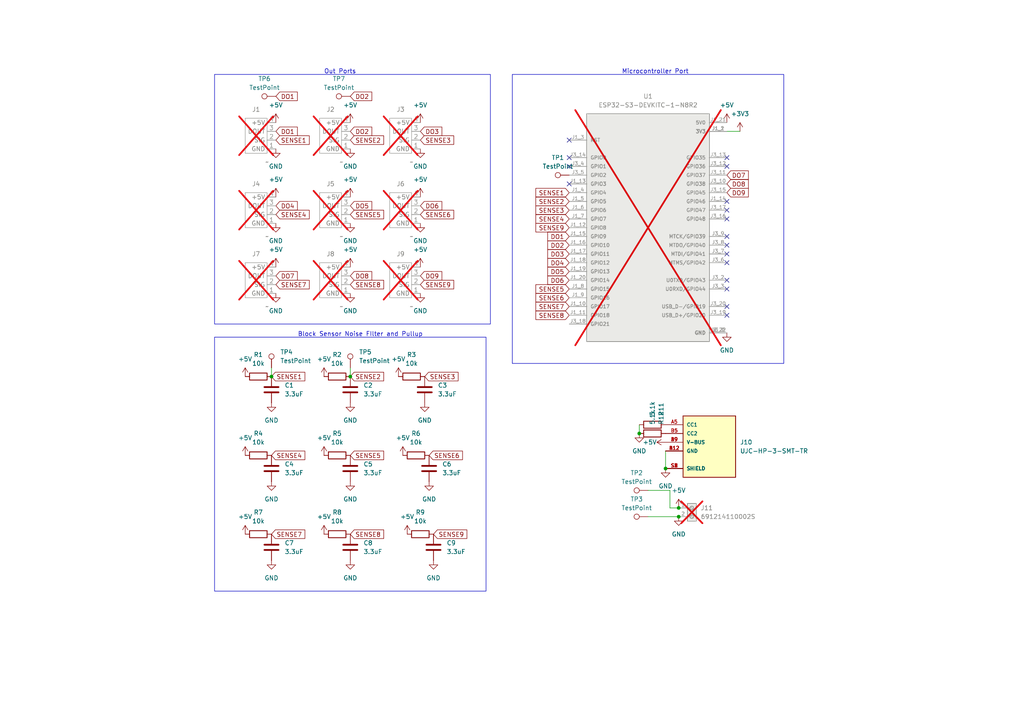
<source format=kicad_sch>
(kicad_sch (version 20231120) (generator "eeschema") (generator_version "8.0")
  (paper "A4")
  (title_block (title "Block Party Main Board") (date "2024-02-10") (rev "1.0") (company "Block Party"))
  (lib_symbols
    (symbol "691214110002S:691214110002S" (pin_names (offset 1.016))
      (property "Reference" "J" (at -4.88 -0.922 0))
      (property "Value" "691214110002S" (at -4.83 -2.58 0))
      (symbol "691214110002S_0_0"
        (rectangle (start -3.81 -2.54) (end 1.27 0) (stroke (width 0.254)) (fill (type background)))
        (circle (center -2.54 -1.27) (radius 0.508) (stroke (width 0.254)))
        (circle (center 0 -1.27) (radius 0.508) (stroke (width 0.254)))
        (polyline (pts (xy -2.54 -1.778) (xy -2.54 -2.54)) (stroke (width 0.254)))
        (polyline (pts (xy -2.286 -1.016) (xy -2.794 -1.524)) (stroke (width 0.1524)))
        (polyline (pts (xy 0 -1.778) (xy 0 -2.54)) (stroke (width 0.254)))
        (polyline (pts (xy 0.254 -1.016) (xy -0.254 -1.524)) (stroke (width 0.1524)))
        (pin passive line (at -2.54 -5.08 90) (length 2.54) (name "~") (number "1"))
        (pin passive line (at 0 -5.08 90) (length 2.54) (name "~") (number "2"))
      )
    )
    (symbol "Connector:TestPoint" (pin_numbers hide) (pin_names (offset 0.762) hide)
      (property "Reference" "TP" (at 0 6.858 0))
      (property "Value" "TestPoint" (at 0 5.08 0))
      (symbol "TestPoint_0_1"
        (circle (center 0 3.302) (radius 0.762))
      )
      (symbol "TestPoint_1_1"
        (pin passive line (at 0 0 90) (length 2.54) (name "1") (number "1"))
      )
    )
    (symbol "Device:C" (pin_numbers hide) (pin_names (offset 0.254))
      (property "Reference" "C" (at 0.635 2.54 0))
      (property "Value" "C" (at 0.635 -2.54 0))
      (symbol "C_0_1"
        (polyline (pts (xy -2.032 -0.762) (xy 2.032 -0.762)) (stroke (width 0.508)))
        (polyline (pts (xy -2.032 0.762) (xy 2.032 0.762)) (stroke (width 0.508)))
      )
      (symbol "C_1_1"
        (pin passive line (at 0 3.81 270) (length 2.794) (name "~") (number "1"))
        (pin passive line (at 0 -3.81 90) (length 2.794) (name "~") (number "2"))
      )
    )
    (symbol "Device:R" (pin_numbers hide) (pin_names (offset 0))
      (property "Reference" "R" (at 2.032 0 90))
      (property "Value" "R" (at 0 0 90))
      (symbol "R_0_1"
        (rectangle (start -1.016 -2.54) (end 1.016 2.54) (stroke (width 0.254)))
      )
      (symbol "R_1_1"
        (pin passive line (at 0 3.81 270) (length 1.27) (name "~") (number "1"))
        (pin passive line (at 0 -3.81 90) (length 1.27) (name "~") (number "2"))
      )
    )
    (symbol "ESP32-S3-DEVKITC-1-N8R2:ESP32-S3-DEVKITC-1-N8R2" (pin_names (offset 1.016))
      (property "Reference" "U" (at -17.78 35.56 0))
      (property "Value" "ESP32-S3-DEVKITC-1-N8R2" (at -17.78 -35.56 0))
      (symbol "ESP32-S3-DEVKITC-1-N8R2_0_0"
        (rectangle (start -17.78 -33.02) (end 17.78 33.02) (stroke (width 0.254)) (fill (type background)))
        (pin power_in line (at 22.86 27.94 180) (length 5.08) (name "3V3") (number "J1_1"))
        (pin bidirectional line (at -22.86 -22.86 0) (length 5.08) (name "GPIO17") (number "J1_10"))
        (pin bidirectional line (at -22.86 -25.4 0) (length 5.08) (name "GPIO18") (number "J1_11"))
        (pin bidirectional line (at -22.86 0 0) (length 5.08) (name "GPIO8") (number "J1_12"))
        (pin bidirectional line (at -22.86 12.7 0) (length 5.08) (name "GPIO3") (number "J1_13"))
        (pin bidirectional line (at 22.86 7.62 180) (length 5.08) (name "GPIO46") (number "J1_14"))
        (pin bidirectional line (at -22.86 -2.54 0) (length 5.08) (name "GPIO9") (number "J1_15"))
        (pin bidirectional line (at -22.86 -5.08 0) (length 5.08) (name "GPIO10") (number "J1_16"))
        (pin bidirectional line (at -22.86 -7.62 0) (length 5.08) (name "GPIO11") (number "J1_17"))
        (pin bidirectional line (at -22.86 -10.16 0) (length 5.08) (name "GPIO12") (number "J1_18"))
        (pin bidirectional line (at -22.86 -12.7 0) (length 5.08) (name "GPIO13") (number "J1_19"))
        (pin power_in line (at 22.86 27.94 180) (length 5.08) (name "3V3") (number "J1_2"))
        (pin bidirectional line (at -22.86 -15.24 0) (length 5.08) (name "GPIO14") (number "J1_20"))
        (pin power_in line (at 22.86 30.48 180) (length 5.08) (name "5V0") (number "J1_21"))
        (pin power_in line (at 22.86 -30.48 180) (length 5.08) (name "GND") (number "J1_22"))
        (pin input line (at -22.86 25.4 0) (length 5.08) (name "RST") (number "J1_3"))
        (pin bidirectional line (at -22.86 10.16 0) (length 5.08) (name "GPIO4") (number "J1_4"))
        (pin bidirectional line (at -22.86 7.62 0) (length 5.08) (name "GPIO5") (number "J1_5"))
        (pin bidirectional line (at -22.86 5.08 0) (length 5.08) (name "GPIO6") (number "J1_6"))
        (pin bidirectional line (at -22.86 2.54 0) (length 5.08) (name "GPIO7") (number "J1_7"))
        (pin bidirectional line (at -22.86 -17.78 0) (length 5.08) (name "GPIO15") (number "J1_8"))
        (pin bidirectional line (at -22.86 -20.32 0) (length 5.08) (name "GPIO16") (number "J1_9"))
        (pin power_in line (at 22.86 -30.48 180) (length 5.08) (name "GND") (number "J3_1"))
        (pin bidirectional line (at 22.86 12.7 180) (length 5.08) (name "GPIO38") (number "J3_10"))
        (pin bidirectional line (at 22.86 15.24 180) (length 5.08) (name "GPIO37") (number "J3_11"))
        (pin bidirectional line (at 22.86 17.78 180) (length 5.08) (name "GPIO36") (number "J3_12"))
        (pin bidirectional line (at 22.86 20.32 180) (length 5.08) (name "GPIO35") (number "J3_13"))
        (pin bidirectional line (at -22.86 20.32 0) (length 5.08) (name "GPIO0") (number "J3_14"))
        (pin bidirectional line (at 22.86 10.16 180) (length 5.08) (name "GPIO45") (number "J3_15"))
        (pin bidirectional line (at 22.86 2.54 180) (length 5.08) (name "GPIO48") (number "J3_16"))
        (pin bidirectional line (at 22.86 5.08 180) (length 5.08) (name "GPIO47") (number "J3_17"))
        (pin bidirectional line (at -22.86 -27.94 0) (length 5.08) (name "GPIO21") (number "J3_18"))
        (pin bidirectional line (at 22.86 -25.4 180) (length 5.08) (name "USB_D+/GPIO20") (number "J3_19"))
        (pin bidirectional line (at 22.86 -15.24 180) (length 5.08) (name "U0TXD/GPIO43") (number "J3_2"))
        (pin bidirectional line (at 22.86 -22.86 180) (length 5.08) (name "USB_D-/GPIO19") (number "J3_20"))
        (pin power_in line (at 22.86 -30.48 180) (length 5.08) (name "GND") (number "J3_21"))
        (pin power_in line (at 22.86 -30.48 180) (length 5.08) (name "GND") (number "J3_22"))
        (pin bidirectional line (at 22.86 -17.78 180) (length 5.08) (name "U0RXD/GPIO44") (number "J3_3"))
        (pin bidirectional line (at -22.86 17.78 0) (length 5.08) (name "GPIO1") (number "J3_4"))
        (pin bidirectional line (at -22.86 15.24 0) (length 5.08) (name "GPIO2") (number "J3_5"))
        (pin bidirectional line (at 22.86 -10.16 180) (length 5.08) (name "MTMS/GPIO42") (number "J3_6"))
        (pin bidirectional line (at 22.86 -7.62 180) (length 5.08) (name "MTDI/GPIO41") (number "J3_7"))
        (pin bidirectional line (at 22.86 -5.08 180) (length 5.08) (name "MTDO/GPIO40") (number "J3_8"))
        (pin bidirectional line (at 22.86 -2.54 180) (length 5.08) (name "MTCK/GPIO39") (number "J3_9"))
      )
    )
    (symbol "Quinn_lib:Top_Block"
      (property "Reference" "J" (at 0 0 0))
      (symbol "Top_Block_0_1"
        (rectangle (start 0 -2.54) (end 6.35 -12.7))
      )
      (symbol "Top_Block_1_1"
        (pin power_out line (at -2.54 -3.81 0) (length 2.54) (name "GND") (number "1"))
        (pin input line (at -2.54 -6.35 0) (length 2.54) (name "SIG") (number "2"))
        (pin output line (at -2.54 -8.89 0) (length 2.54) (name "DOUT") (number "3"))
        (pin power_out line (at -2.54 -11.43 0) (length 2.54) (name "+5V") (number "4"))
      )
    )
    (symbol "UJC-HP-3-SMT-TR:UJC-HP-3-SMT-TR" (pin_names (offset 1.016))
      (property "Reference" "J" (at -7.62 8.89 0))
      (property "Value" "UJC-HP-3-SMT-TR" (at -7.62 -11.43 0))
      (symbol "UJC-HP-3-SMT-TR_0_0"
        (rectangle (start -7.62 -10.16) (end 7.62 7.62) (stroke (width 0.254)) (fill (type background)))
        (pin power_in line (at -12.7 -2.54 0) (length 5.08) (name "GND") (number "A12"))
        (pin bidirectional line (at -12.7 5.08 0) (length 5.08) (name "CC1") (number "A5"))
        (pin power_in line (at -12.7 0 0) (length 5.08) (name "V-BUS") (number "A9"))
        (pin power_in line (at -12.7 -2.54 0) (length 5.08) (name "GND") (number "B12"))
        (pin bidirectional line (at -12.7 2.54 0) (length 5.08) (name "CC2") (number "B5"))
        (pin power_in line (at -12.7 0 0) (length 5.08) (name "V-BUS") (number "B9"))
        (pin passive line (at -12.7 -7.62 0) (length 5.08) (name "SHIELD") (number "S1"))
        (pin passive line (at -12.7 -7.62 0) (length 5.08) (name "SHIELD") (number "S2"))
        (pin passive line (at -12.7 -7.62 0) (length 5.08) (name "SHIELD") (number "S3"))
        (pin passive line (at -12.7 -7.62 0) (length 5.08) (name "SHIELD") (number "S4"))
      )
    )
    (symbol "power:+3V3" (power) (pin_names (offset 0))
      (property "Value" "+3V3" (at 0 3.556 0))
      (symbol "+3V3_0_1"
        (polyline (pts (xy -0.762 1.27) (xy 0 2.54)))
        (polyline (pts (xy 0 0) (xy 0 2.54)))
        (polyline (pts (xy 0 2.54) (xy 0.762 1.27)))
      )
      (symbol "+3V3_1_1"
        (pin power_in line (at 0 0 90) (length 0) hide (name "+3V3") (number "1"))
      )
    )
    (symbol "power:+5V" (power) (pin_names (offset 0))
      (property "Value" "+5V" (at 0 3.556 0))
      (symbol "+5V_0_1"
        (polyline (pts (xy -0.762 1.27) (xy 0 2.54)))
        (polyline (pts (xy 0 0) (xy 0 2.54)))
        (polyline (pts (xy 0 2.54) (xy 0.762 1.27)))
      )
      (symbol "+5V_1_1"
        (pin power_in line (at 0 0 90) (length 0) hide (name "+5V") (number "1"))
      )
    )
    (symbol "power:GND" (power) (pin_names (offset 0))
      (property "Value" "GND" (at 0 -3.81 0))
      (symbol "GND_0_1"
        (polyline (pts (xy 0 0) (xy 0 -1.27) (xy 1.27 -1.27) (xy 0 -2.54) (xy -1.27 -1.27) (xy 0 -1.27)))
      )
      (symbol "GND_1_1"
        (pin power_in line (at 0 0 270) (length 0) hide (name "GND") (number "1"))
      )
    )
  )
  (junction (at 193.04 135.89))
  (junction (at 196.85 147.32))
  (junction (at 185.42 125.73))
  (junction (at 101.6 109.22))
  (junction (at 78.74 109.22))
  (junction (at 196.85 149.86))
  (no_connect (at 210.82 83.82))
  (no_connect (at 210.82 81.28))
  (no_connect (at 210.82 63.5))
  (no_connect (at 210.82 71.12))
  (no_connect (at 165.1 45.72))
  (no_connect (at 210.82 88.9))
  (no_connect (at 210.82 68.58))
  (no_connect (at 165.1 53.34))
  (no_connect (at 210.82 91.44))
  (no_connect (at 210.82 48.26))
  (no_connect (at 210.82 45.72))
  (no_connect (at 165.1 40.64))
  (no_connect (at 210.82 73.66))
  (no_connect (at 210.82 76.2))
  (no_connect (at 210.82 58.42))
  (no_connect (at 165.1 48.26))
  (no_connect (at 210.82 60.96))
  (wire (pts (xy 194.31 142.24) (xy 194.31 147.32)))
  (wire (pts (xy 187.96 149.86) (xy 196.85 149.86)))
  (wire (pts (xy 187.96 142.24) (xy 194.31 142.24)))
  (wire (pts (xy 210.82 38.1) (xy 214.63 38.1)))
  (wire (pts (xy 101.6 106.68) (xy 101.6 109.22)))
  (wire (pts (xy 185.42 123.19) (xy 185.42 125.73)))
  (wire (pts (xy 193.04 130.81) (xy 193.04 135.89)))
  (wire (pts (xy 194.31 147.32) (xy 196.85 147.32)))
  (wire (pts (xy 78.74 106.68) (xy 78.74 109.22)))
  (rectangle (start 62.23 97.79) (end 140.97 171.45))
  (rectangle (start 62.23 21.59) (end 142.24 93.98))
  (rectangle (start 148.59 21.59) (end 227.33 105.41))
  (text "Out Ports" (at 93.98 21.59 0) (effects (font (size 1.27 1.27)) (justify left bottom)))
  (text "Microcontroller Port" (at 180.34 21.59 0) (effects (font (size 1.27 1.27)) (justify left bottom)))
  (text "Block Sensor Noise FIlter and Pullup" (at 86.36 97.79 0) (effects (font (size 1.27 1.27)) (justify left bottom)))
  (global_label "SENSE6" (shape input) (at 121.92 62.23 0) (property "Intersheetrefs" "${INTERSHEET_REFS}" (effects (hide yes))))
  (global_label "SENSE9" (shape input) (at 125.73 154.94 0) (property "Intersheetrefs" "${INTERSHEET_REFS}" (effects (hide yes))))
  (global_label "DO5" (shape input) (at 165.1 78.74 180) (property "Intersheetrefs" "${INTERSHEET_REFS}" (effects (hide yes))))
  (global_label "SENSE2" (shape input) (at 101.6 109.22 0) (property "Intersheetrefs" "${INTERSHEET_REFS}" (effects (hide yes))))
  (global_label "SENSE7" (shape input) (at 78.74 154.94 0) (property "Intersheetrefs" "${INTERSHEET_REFS}" (effects (hide yes))))
  (global_label "SENSE6" (shape input) (at 165.1 86.36 180) (property "Intersheetrefs" "${INTERSHEET_REFS}" (effects (hide yes))))
  (global_label "SENSE6" (shape input) (at 124.46 132.08 0) (property "Intersheetrefs" "${INTERSHEET_REFS}" (effects (hide yes))))
  (global_label "DO1" (shape input) (at 80.01 27.94 0) (property "Intersheetrefs" "${INTERSHEET_REFS}" (effects (hide yes))))
  (global_label "SENSE7" (shape input) (at 80.01 82.55 0) (property "Intersheetrefs" "${INTERSHEET_REFS}" (effects (hide yes))))
  (global_label "DO2" (shape input) (at 101.6 27.94 0) (property "Intersheetrefs" "${INTERSHEET_REFS}" (effects (hide yes))))
  (global_label "SENSE1" (shape input) (at 78.74 109.22 0) (property "Intersheetrefs" "${INTERSHEET_REFS}" (effects (hide yes))))
  (global_label "SENSE1" (shape input) (at 80.01 40.64 0) (property "Intersheetrefs" "${INTERSHEET_REFS}" (effects (hide yes))))
  (global_label "SENSE2" (shape input) (at 165.1 58.42 180) (property "Intersheetrefs" "${INTERSHEET_REFS}" (effects (hide yes))))
  (global_label "DO9" (shape input) (at 121.92 80.01 0) (property "Intersheetrefs" "${INTERSHEET_REFS}" (effects (hide yes))))
  (global_label "SENSE4" (shape input) (at 80.01 62.23 0) (property "Intersheetrefs" "${INTERSHEET_REFS}" (effects (hide yes))))
  (global_label "DO7" (shape input) (at 80.01 80.01 0) (property "Intersheetrefs" "${INTERSHEET_REFS}" (effects (hide yes))))
  (global_label "DO3" (shape input) (at 121.92 38.1 0) (property "Intersheetrefs" "${INTERSHEET_REFS}" (effects (hide yes))))
  (global_label "DO4" (shape input) (at 165.1 76.2 180) (property "Intersheetrefs" "${INTERSHEET_REFS}" (effects (hide yes))))
  (global_label "SENSE3" (shape input) (at 123.19 109.22 0) (property "Intersheetrefs" "${INTERSHEET_REFS}" (effects (hide yes))))
  (global_label "DO9" (shape input) (at 210.82 55.88 0) (property "Intersheetrefs" "${INTERSHEET_REFS}" (effects (hide yes))))
  (global_label "SENSE2" (shape input) (at 101.6 40.64 0) (property "Intersheetrefs" "${INTERSHEET_REFS}" (effects (hide yes))))
  (global_label "DO7" (shape input) (at 210.82 50.8 0) (property "Intersheetrefs" "${INTERSHEET_REFS}" (effects (hide yes))))
  (global_label "SENSE4" (shape input) (at 78.74 132.08 0) (property "Intersheetrefs" "${INTERSHEET_REFS}" (effects (hide yes))))
  (global_label "SENSE7" (shape input) (at 165.1 88.9 180) (property "Intersheetrefs" "${INTERSHEET_REFS}" (effects (hide yes))))
  (global_label "DO6" (shape input) (at 121.92 59.69 0) (property "Intersheetrefs" "${INTERSHEET_REFS}" (effects (hide yes))))
  (global_label "SENSE8" (shape input) (at 165.1 91.44 180) (property "Intersheetrefs" "${INTERSHEET_REFS}" (effects (hide yes))))
  (global_label "DO2" (shape input) (at 165.1 71.12 180) (property "Intersheetrefs" "${INTERSHEET_REFS}" (effects (hide yes))))
  (global_label "DO1" (shape input) (at 80.01 38.1 0) (property "Intersheetrefs" "${INTERSHEET_REFS}" (effects (hide yes))))
  (global_label "SENSE5" (shape input) (at 101.6 132.08 0) (property "Intersheetrefs" "${INTERSHEET_REFS}" (effects (hide yes))))
  (global_label "DO1" (shape input) (at 165.1 68.58 180) (property "Intersheetrefs" "${INTERSHEET_REFS}" (effects (hide yes))))
  (global_label "DO3" (shape input) (at 165.1 73.66 180) (property "Intersheetrefs" "${INTERSHEET_REFS}" (effects (hide yes))))
  (global_label "DO8" (shape input) (at 210.82 53.34 0) (property "Intersheetrefs" "${INTERSHEET_REFS}" (effects (hide yes))))
  (global_label "DO6" (shape input) (at 165.1 81.28 180) (property "Intersheetrefs" "${INTERSHEET_REFS}" (effects (hide yes))))
  (global_label "SENSE1" (shape input) (at 165.1 55.88 180) (property "Intersheetrefs" "${INTERSHEET_REFS}" (effects (hide yes))))
  (global_label "SENSE9" (shape input) (at 121.92 82.55 0) (property "Intersheetrefs" "${INTERSHEET_REFS}" (effects (hide yes))))
  (global_label "SENSE5" (shape input) (at 165.1 83.82 180) (property "Intersheetrefs" "${INTERSHEET_REFS}" (effects (hide yes))))
  (global_label "DO4" (shape input) (at 80.01 59.69 0) (property "Intersheetrefs" "${INTERSHEET_REFS}" (effects (hide yes))))
  (global_label "SENSE8" (shape input) (at 101.6 82.55 0) (property "Intersheetrefs" "${INTERSHEET_REFS}" (effects (hide yes))))
  (global_label "SENSE8" (shape input) (at 101.6 154.94 0) (property "Intersheetrefs" "${INTERSHEET_REFS}" (effects (hide yes))))
  (global_label "SENSE3" (shape input) (at 165.1 60.96 180) (property "Intersheetrefs" "${INTERSHEET_REFS}" (effects (hide yes))))
  (global_label "SENSE4" (shape input) (at 165.1 63.5 180) (property "Intersheetrefs" "${INTERSHEET_REFS}" (effects (hide yes))))
  (global_label "SENSE9" (shape input) (at 165.1 66.04 180) (property "Intersheetrefs" "${INTERSHEET_REFS}" (effects (hide yes))))
  (global_label "DO5" (shape input) (at 101.6 59.69 0) (property "Intersheetrefs" "${INTERSHEET_REFS}" (effects (hide yes))))
  (global_label "SENSE5" (shape input) (at 101.6 62.23 0) (property "Intersheetrefs" "${INTERSHEET_REFS}" (effects (hide yes))))
  (global_label "DO2" (shape input) (at 101.6 38.1 0) (property "Intersheetrefs" "${INTERSHEET_REFS}" (effects (hide yes))))
  (global_label "DO8" (shape input) (at 101.6 80.01 0) (property "Intersheetrefs" "${INTERSHEET_REFS}" (effects (hide yes))))
  (global_label "SENSE3" (shape input) (at 121.92 40.64 0) (property "Intersheetrefs" "${INTERSHEET_REFS}" (effects (hide yes))))
  (symbol (lib_id "power:GND") (at 101.6 139.7 0) (unit 1)
    (property "Reference" "#PWR031" (effects (hide yes)))
    (property "Value" "GND" (at 101.6 144.78 0))
  )
  (symbol (lib_id "Connector:TestPoint") (at 101.6 106.68 0) (unit 1)
    (property "Reference" "TP5" (at 104.14 102.1079 0) (effects (justify left)))
    (property "Value" "TestPoint" (at 104.14 104.6479 0) (effects (justify left)))
    (property "Footprint" "TestPoint:TestPoint_Pad_D2.0mm" (effects (hide yes)))
    (property "Description" "test point" (effects (hide yes)))
  )
  (symbol (lib_id "UJC-HP-3-SMT-TR:UJC-HP-3-SMT-TR") (at 205.74 128.27 0) (unit 1)
    (property "Reference" "J10" (at 214.63 128.27 0) (effects (justify left)))
    (property "Value" "UJC-HP-3-SMT-TR" (at 214.63 130.81 0) (effects (justify left)))
    (property "Footprint" "Quinn_lib:USB_C-0015IPX6-00" (effects (hide yes)))
    (property "Description" "Type C, 20 Vdc, 3 A, Right Angle, Surface Mount, Black Insulator, Power-Only USB Receptacle" (effects (hide yes)))
    (property "MF" "CUI Devices" (effects (hide yes)))
    (property "MAXIMUM_PACKAGE_HEIGHT" "3.16mm" (effects (hide yes)))
    (property "Package" "Package" (effects (hide yes)))
    (property "Price" "None" (effects (hide yes)))
    (property "Check_prices" "https://www.snapeda.com/parts/UJC-HP-3-SMT-TR/CUI+Devices/view-part/?ref=eda" (effects (hide yes)))
    (property "STANDARD" "Manufacturer recommendations" (effects (hide yes)))
    (property "PARTREV" "04/30/2020" (effects (hide yes)))
    (property "SnapEDA_Link" "https://www.snapeda.com/parts/UJC-HP-3-SMT-TR/CUI+Devices/view-part/?ref=snap" (effects (hide yes)))
    (property "MP" "UJC-HP-3-SMT-TR" (effects (hide yes)))
    (property "Purchase-URL" "https://www.snapeda.com/api/url_track_click_mouser/?unipart_id=4722774&manufacturer=CUI Devices&part_name=UJC-HP-3-SMT-TR&search_term=usb c" (effects (hide yes)))
    (property "CUI_purchase_URL" "https://www.cuidevices.com/product/interconnect/connectors/usb-connectors/ujc-hp-3-smt-tr?utm_source=snapeda.com&utm_medium=referral&utm_campaign=snapedaBOM" (effects (hide yes)))
    (property "Availability" "In Stock" (effects (hide yes)))
    (property "MANUFACTURER" "SHOU HAN" (effects (hide yes)))
    (property "PART-NUMBER" "USBC-0015IPX6-00" (effects (hide yes)))
  )
  (symbol (lib_id "power:+5V") (at 121.92 57.15 0) (unit 1)
    (property "Reference" "#PWR014" (effects (hide yes)))
    (property "Value" "+5V" (at 121.92 52.07 0))
  )
  (symbol (lib_id "Device:R") (at 189.23 123.19 270) (unit 1)
    (property "Reference" "R11" (at 191.77 120.65 0) (effects (justify right)))
    (property "Value" "5.1k" (at 189.23 120.65 0) (effects (justify right)))
    (property "Footprint" "Resistor_SMD:R_0805_2012Metric" (effects (hide yes)))
    (property "MANUFACTURER" "BOURNS" (effects (hide yes)))
    (property "PART-NUMBER" "CR0805-FX-5101ELF" (effects (hide yes)))
  )
  (symbol (lib_id "power:GND") (at 80.01 64.77 0) (unit 1)
    (property "Reference" "#PWR011" (effects (hide yes)))
    (property "Value" "GND" (at 80.01 69.85 0))
  )
  (symbol (lib_id "Device:R") (at 74.93 109.22 90) (unit 1)
    (property "Reference" "R1" (at 74.93 102.87 90))
    (property "Value" "10k" (at 74.93 105.41 90))
    (property "Footprint" "Resistor_SMD:R_0805_2012Metric" (effects (hide yes)))
    (property "MANUFACTURER" "Viking Tech" (effects (hide yes)))
    (property "PART-NUMBER" "AR05DTD1002" (effects (hide yes)))
  )
  (symbol (lib_id "Quinn_lib:Top_Block") (at 77.47 46.99 180) (unit 1) (in_bom no) (dnp yes)
    (property "Reference" "J1" (at 74.295 31.75 0))
    (property "Value" "~" (at 77.47 46.99 0))
    (property "Footprint" "Quinn_lib:Top Block Connector" (effects (hide yes)))
  )
  (symbol (lib_id "power:+5V") (at 80.01 35.56 0) (unit 1)
    (property "Reference" "#PWR04" (effects (hide yes)))
    (property "Value" "+5V" (at 80.01 30.48 0))
  )
  (symbol (lib_id "power:+5V") (at 210.82 35.56 0) (unit 1)
    (property "Reference" "#PWR02" (effects (hide yes)))
    (property "Value" "+5V" (at 210.82 30.48 0))
  )
  (symbol (lib_id "power:+5V") (at 93.98 132.08 0) (unit 1)
    (property "Reference" "#PWR030" (effects (hide yes)))
    (property "Value" "+5V" (at 93.98 127 0))
  )
  (symbol (lib_id "Device:R") (at 97.79 154.94 90) (unit 1)
    (property "Reference" "R8" (at 97.79 148.59 90))
    (property "Value" "10k" (at 97.79 151.13 90))
    (property "Footprint" "Resistor_SMD:R_0805_2012Metric" (effects (hide yes)))
    (property "MANUFACTURER" "Viking Tech" (effects (hide yes)))
    (property "PART-NUMBER" "AR05DTD1002" (effects (hide yes)))
  )
  (symbol (lib_id "power:+5V") (at 101.6 35.56 0) (unit 1)
    (property "Reference" "#PWR06" (effects (hide yes)))
    (property "Value" "+5V" (at 101.6 30.48 0))
  )
  (symbol (lib_id "power:+5V") (at 80.01 77.47 0) (unit 1)
    (property "Reference" "#PWR016" (effects (hide yes)))
    (property "Value" "+5V" (at 80.01 72.39 0))
  )
  (symbol (lib_id "Quinn_lib:Top_Block") (at 99.06 46.99 180) (unit 1) (in_bom no) (dnp yes)
    (property "Reference" "J2" (at 95.885 31.75 0))
    (property "Value" "~" (at 99.06 46.99 0))
    (property "Footprint" "Quinn_lib:Top Block Connector" (effects (hide yes)))
  )
  (symbol (lib_id "power:+5V") (at 93.98 109.22 0) (unit 1)
    (property "Reference" "#PWR024" (effects (hide yes)))
    (property "Value" "+5V" (at 93.98 104.14 0))
  )
  (symbol (lib_id "power:+5V") (at 116.84 132.08 0) (unit 1)
    (property "Reference" "#PWR032" (effects (hide yes)))
    (property "Value" "+5V" (at 116.84 127 0))
  )
  (symbol (lib_id "Device:R") (at 74.93 154.94 90) (unit 1)
    (property "Reference" "R7" (at 74.93 148.59 90))
    (property "Value" "10k" (at 74.93 151.13 90))
    (property "Footprint" "Resistor_SMD:R_0805_2012Metric" (effects (hide yes)))
    (property "MANUFACTURER" "Viking Tech" (effects (hide yes)))
    (property "PART-NUMBER" "AR05DTD1002" (effects (hide yes)))
  )
  (symbol (lib_id "power:GND") (at 121.92 85.09 0) (unit 1)
    (property "Reference" "#PWR021" (effects (hide yes)))
    (property "Value" "GND" (at 121.92 90.17 0))
  )
  (symbol (lib_id "Quinn_lib:Top_Block") (at 119.38 88.9 180) (unit 1) (in_bom no) (dnp yes)
    (property "Reference" "J9" (at 116.205 73.66 0))
    (property "Value" "~" (at 119.38 88.9 0))
    (property "Footprint" "Quinn_lib:Top Block Connector" (effects (hide yes)))
  )
  (symbol (lib_id "Device:C") (at 123.19 113.03 180) (unit 1)
    (property "Reference" "C3" (at 127 111.76 0) (effects (justify right)))
    (property "Value" "3.3uF" (at 127 114.3 0) (effects (justify right)))
    (property "Footprint" "Capacitor_SMD:C_0805_2012Metric" (effects (hide yes)))
    (property "MANUFACTURER" "Samwha Capacitor" (effects (hide yes)))
    (property "PART-NUMBER" "CS2012X5R475K500NRE" (effects (hide yes)))
  )
  (symbol (lib_id "power:GND") (at 101.6 116.84 0) (unit 1)
    (property "Reference" "#PWR025" (effects (hide yes)))
    (property "Value" "GND" (at 101.6 121.92 0))
  )
  (symbol (lib_id "power:+5V") (at 80.01 57.15 0) (unit 1)
    (property "Reference" "#PWR010" (effects (hide yes)))
    (property "Value" "+5V" (at 80.01 52.07 0))
  )
  (symbol (lib_id "Quinn_lib:Top_Block") (at 77.47 88.9 180) (unit 1) (in_bom no) (dnp yes)
    (property "Reference" "J7" (at 74.295 73.66 0))
    (property "Value" "~" (at 77.47 88.9 0))
    (property "Footprint" "Quinn_lib:Top Block Connector" (effects (hide yes)))
  )
  (symbol (lib_id "Device:C") (at 124.46 135.89 180) (unit 1)
    (property "Reference" "C6" (at 128.27 134.62 0) (effects (justify right)))
    (property "Value" "3.3uF" (at 128.27 137.16 0) (effects (justify right)))
    (property "Footprint" "Capacitor_SMD:C_0805_2012Metric" (effects (hide yes)))
    (property "MANUFACTURER" "Samwha Capacitor" (effects (hide yes)))
    (property "PART-NUMBER" "CS2012X5R475K500NRE" (effects (hide yes)))
  )
  (symbol (lib_id "power:+5V") (at 71.12 154.94 0) (unit 1)
    (property "Reference" "#PWR034" (effects (hide yes)))
    (property "Value" "+5V" (at 71.12 149.86 0))
  )
  (symbol (lib_id "Quinn_lib:Top_Block") (at 77.47 68.58 180) (unit 1) (in_bom no) (dnp yes)
    (property "Reference" "J4" (at 74.295 53.34 0))
    (property "Value" "~" (at 77.47 68.58 0))
    (property "Footprint" "Quinn_lib:Top Block Connector" (effects (hide yes)))
  )
  (symbol (lib_id "power:+5V") (at 193.04 128.27 90) (unit 1)
    (property "Reference" "#PWR041" (effects (hide yes)))
    (property "Value" "+5V" (at 190.5 128.27 90) (effects (justify left)))
  )
  (symbol (lib_id "Device:R") (at 189.23 125.73 270) (unit 1)
    (property "Reference" "R12" (at 191.77 123.19 0) (effects (justify right)))
    (property "Value" "5.1k" (at 189.23 123.19 0) (effects (justify right)))
    (property "Footprint" "Resistor_SMD:R_0805_2012Metric" (effects (hide yes)))
    (property "MANUFACTURER" "BOURNS" (effects (hide yes)))
    (property "PART-NUMBER" "CR0805-FX-5101ELF" (effects (hide yes)))
  )
  (symbol (lib_id "power:GND") (at 121.92 43.18 0) (unit 1)
    (property "Reference" "#PWR09" (effects (hide yes)))
    (property "Value" "GND" (at 121.92 48.26 0))
  )
  (symbol (lib_id "power:GND") (at 80.01 43.18 0) (unit 1)
    (property "Reference" "#PWR05" (effects (hide yes)))
    (property "Value" "GND" (at 80.01 48.26 0))
  )
  (symbol (lib_id "power:+3V3") (at 214.63 38.1 0) (mirror y) (unit 1)
    (property "Reference" "#PWR03" (effects (hide yes)))
    (property "Value" "+3V3" (at 214.63 33.02 0))
  )
  (symbol (lib_id "Quinn_lib:Top_Block") (at 99.06 88.9 180) (unit 1) (in_bom no) (dnp yes)
    (property "Reference" "J8" (at 95.885 73.66 0))
    (property "Value" "~" (at 99.06 88.9 0))
    (property "Footprint" "Quinn_lib:Top Block Connector" (effects (hide yes)))
  )
  (symbol (lib_id "Quinn_lib:Top_Block") (at 119.38 46.99 180) (unit 1) (in_bom no) (dnp yes)
    (property "Reference" "J3" (at 116.205 31.75 0))
    (property "Value" "~" (at 119.38 46.99 0))
    (property "Footprint" "Quinn_lib:Top Block Connector" (effects (hide yes)))
  )
  (symbol (lib_id "Connector:TestPoint") (at 187.96 142.24 90) (unit 1)
    (property "Reference" "TP2" (at 184.658 137.16 90))
    (property "Value" "TestPoint" (at 184.658 139.7 90))
    (property "Footprint" "TestPoint:TestPoint_Pad_D2.0mm" (effects (hide yes)))
    (property "Description" "test point" (effects (hide yes)))
  )
  (symbol (lib_id "Device:C") (at 78.74 113.03 180) (unit 1)
    (property "Reference" "C1" (at 82.55 111.76 0) (effects (justify right)))
    (property "Value" "3.3uF" (at 82.55 114.3 0) (effects (justify right)))
    (property "Footprint" "Capacitor_SMD:C_0805_2012Metric" (effects (hide yes)))
    (property "MANUFACTURER" "Samwha Capacitor" (effects (hide yes)))
    (property "PART-NUMBER" "CS2012X5R475K500NRE" (effects (hide yes)))
  )
  (symbol (lib_id "power:+5V") (at 101.6 77.47 0) (unit 1)
    (property "Reference" "#PWR018" (effects (hide yes)))
    (property "Value" "+5V" (at 101.6 72.39 0))
  )
  (symbol (lib_id "power:GND") (at 101.6 43.18 0) (unit 1)
    (property "Reference" "#PWR07" (effects (hide yes)))
    (property "Value" "GND" (at 101.6 48.26 0))
  )
  (symbol (lib_id "power:GND") (at 125.73 162.56 0) (unit 1)
    (property "Reference" "#PWR039" (effects (hide yes)))
    (property "Value" "GND" (at 125.73 167.64 0))
  )
  (symbol (lib_id "Device:R") (at 74.93 132.08 90) (unit 1)
    (property "Reference" "R4" (at 74.93 125.73 90))
    (property "Value" "10k" (at 74.93 128.27 90))
    (property "Footprint" "Resistor_SMD:R_0805_2012Metric" (effects (hide yes)))
    (property "MANUFACTURER" "Viking Tech" (effects (hide yes)))
    (property "PART-NUMBER" "AR05DTD1002" (effects (hide yes)))
  )
  (symbol (lib_id "power:+5V") (at 71.12 109.22 0) (unit 1)
    (property "Reference" "#PWR022" (effects (hide yes)))
    (property "Value" "+5V" (at 71.12 104.14 0))
  )
  (symbol (lib_id "Device:R") (at 97.79 109.22 90) (unit 1)
    (property "Reference" "R2" (at 97.79 102.87 90))
    (property "Value" "10k" (at 97.79 105.41 90))
    (property "Footprint" "Resistor_SMD:R_0805_2012Metric" (effects (hide yes)))
    (property "MANUFACTURER" "Viking Tech" (effects (hide yes)))
    (property "PART-NUMBER" "AR05DTD1002" (effects (hide yes)))
  )
  (symbol (lib_id "power:+5V") (at 101.6 57.15 0) (unit 1)
    (property "Reference" "#PWR012" (effects (hide yes)))
    (property "Value" "+5V" (at 101.6 52.07 0))
  )
  (symbol (lib_id "power:GND") (at 196.85 149.86 0) (unit 1)
    (property "Reference" "#PWR042" (effects (hide yes)))
    (property "Value" "GND" (at 196.85 154.94 0))
  )
  (symbol (lib_id "power:+5V") (at 71.12 132.08 0) (unit 1)
    (property "Reference" "#PWR028" (effects (hide yes)))
    (property "Value" "+5V" (at 71.12 127 0))
  )
  (symbol (lib_id "power:GND") (at 80.01 85.09 0) (unit 1)
    (property "Reference" "#PWR017" (effects (hide yes)))
    (property "Value" "GND" (at 80.01 90.17 0))
  )
  (symbol (lib_id "power:+5V") (at 121.92 77.47 0) (unit 1)
    (property "Reference" "#PWR020" (effects (hide yes)))
    (property "Value" "+5V" (at 121.92 72.39 0))
  )
  (symbol (lib_id "Connector:TestPoint") (at 101.6 27.94 90) (unit 1)
    (property "Reference" "TP7" (at 98.298 22.86 90))
    (property "Value" "TestPoint" (at 98.298 25.4 90))
    (property "Footprint" "TestPoint:TestPoint_Pad_D2.0mm" (effects (hide yes)))
    (property "Description" "test point" (effects (hide yes)))
  )
  (symbol (lib_id "Device:R") (at 119.38 109.22 90) (unit 1)
    (property "Reference" "R3" (at 119.38 102.87 90))
    (property "Value" "10k" (at 119.38 105.41 90))
    (property "Footprint" "Resistor_SMD:R_0805_2012Metric" (effects (hide yes)))
    (property "MANUFACTURER" "Viking Tech" (effects (hide yes)))
    (property "PART-NUMBER" "AR05DTD1002" (effects (hide yes)))
  )
  (symbol (lib_id "691214110002S:691214110002S") (at 201.93 149.86 270) (unit 1) (dnp yes)
    (property "Reference" "J11" (at 203.2 147.3199 90) (effects (justify left)))
    (property "Value" "691214110002S" (at 203.2 149.8599 90) (effects (justify left)))
    (property "Footprint" "2p 3:691214110002S" (effects (hide yes)))
    (property "WIRE" "30 to 16 (AWG) 0.05 to 1.31 (mm²)" (effects (hide yes)))
    (property "Description_1" "\nWire-To-Board Terminal Block [Würth Elektronik] 691214110002S Wire-To-Board Terminal Block\n" (effects (hide yes)))
    (property "Package" "None" (effects (hide yes)))
    (property "Purchase-URL" "https://www.snapeda.com/api/url_track_click_mouser/?unipart_id=8068166&manufacturer=Wurth Electronics&part_name=691214110002S&search_term=3.5mm terminal block" (effects (hide yes)))
    (property "MOUNT" "SMT" (effects (hide yes)))
    (property "IR-VDE" "10A" (effects (hide yes)))
    (property "IR-UL" "10A" (effects (hide yes)))
    (property "SnapEDA_Link" "https://www.snapeda.com/parts/691214110002S/Wurth+Electronics+Inc/view-part/?ref=snap" (effects (hide yes)))
    (property "Availability" "In Stock" (effects (hide yes)))
    (property "WORKING-VOLTAGE-UL" "300V (AC)" (effects (hide yes)))
    (property "PINS" "2" (effects (hide yes)))
    (property "MF" "Wurth Electronics" (effects (hide yes)))
    (property "DATASHEET-URL" "https://www.we-online.com/redexpert/spec/691214110002S?ae" (effects (hide yes)))
    (property "MP" "691214110002S" (effects (hide yes)))
    (property "PITCH" "3.5mm" (effects (hide yes)))
    (property "PART-NUMBER" "691214110002S" (effects (hide yes)))
    (property "WORKING-VOLTAGE-VDE" "130V (AC)" (effects (hide yes)))
    (property "TYPE" "Horizontal" (effects (hide yes)))
    (property "Price" "None" (effects (hide yes)))
    (property "Check_prices" "https://www.snapeda.com/parts/691214110002S/Wurth+Electronics+Inc/view-part/?ref=eda" (effects (hide yes)))
    (property "MANUFACTURER" "Digikey" (effects (hide yes)))
  )
  (symbol (lib_id "power:GND") (at 123.19 116.84 0) (unit 1)
    (property "Reference" "#PWR027" (effects (hide yes)))
    (property "Value" "GND" (at 123.19 121.92 0))
  )
  (symbol (lib_id "power:GND") (at 124.46 139.7 0) (unit 1)
    (property "Reference" "#PWR033" (effects (hide yes)))
    (property "Value" "GND" (at 124.46 144.78 0))
  )
  (symbol (lib_id "power:+5V") (at 93.98 154.94 0) (unit 1)
    (property "Reference" "#PWR036" (effects (hide yes)))
    (property "Value" "+5V" (at 93.98 149.86 0))
  )
  (symbol (lib_id "Quinn_lib:Top_Block") (at 119.38 68.58 180) (unit 1) (in_bom no) (dnp yes)
    (property "Reference" "J6" (at 116.205 53.34 0))
    (property "Value" "~" (at 119.38 68.58 0))
    (property "Footprint" "Quinn_lib:Top Block Connector" (effects (hide yes)))
  )
  (symbol (lib_id "power:GND") (at 101.6 85.09 0) (unit 1)
    (property "Reference" "#PWR019" (effects (hide yes)))
    (property "Value" "GND" (at 101.6 90.17 0))
  )
  (symbol (lib_id "power:+5V") (at 121.92 35.56 0) (unit 1)
    (property "Reference" "#PWR08" (effects (hide yes)))
    (property "Value" "+5V" (at 121.92 30.48 0))
  )
  (symbol (lib_id "Device:R") (at 121.92 154.94 90) (unit 1)
    (property "Reference" "R9" (at 121.92 148.59 90))
    (property "Value" "10k" (at 121.92 151.13 90))
    (property "Footprint" "Resistor_SMD:R_0805_2012Metric" (effects (hide yes)))
    (property "MANUFACTURER" "Viking Tech" (effects (hide yes)))
    (property "PART-NUMBER" "AR05DTD1002" (effects (hide yes)))
  )
  (symbol (lib_id "Device:C") (at 101.6 158.75 180) (unit 1)
    (property "Reference" "C8" (at 105.41 157.48 0) (effects (justify right)))
    (property "Value" "3.3uF" (at 105.41 160.02 0) (effects (justify right)))
    (property "Footprint" "Capacitor_SMD:C_0805_2012Metric" (effects (hide yes)))
    (property "MANUFACTURER" "Samwha Capacitor" (effects (hide yes)))
    (property "PART-NUMBER" "CS2012X5R475K500NRE" (effects (hide yes)))
  )
  (symbol (lib_id "power:+5V") (at 196.85 147.32 0) (unit 1)
    (property "Reference" "#PWR044" (effects (hide yes)))
    (property "Value" "+5V" (at 196.85 142.24 0))
  )
  (symbol (lib_id "power:GND") (at 78.74 162.56 0) (unit 1)
    (property "Reference" "#PWR035" (effects (hide yes)))
    (property "Value" "GND" (at 78.74 167.64 0))
  )
  (symbol (lib_id "Connector:TestPoint") (at 187.96 149.86 90) (unit 1)
    (property "Reference" "TP3" (at 184.658 144.78 90))
    (property "Value" "TestPoint" (at 184.658 147.32 90))
    (property "Footprint" "TestPoint:TestPoint_Pad_D2.0mm" (effects (hide yes)))
    (property "Description" "test point" (effects (hide yes)))
  )
  (symbol (lib_id "power:+5V") (at 115.57 109.22 0) (unit 1)
    (property "Reference" "#PWR026" (effects (hide yes)))
    (property "Value" "+5V" (at 115.57 104.14 0))
  )
  (symbol (lib_id "Device:C") (at 101.6 113.03 180) (unit 1)
    (property "Reference" "C2" (at 105.41 111.76 0) (effects (justify right)))
    (property "Value" "3.3uF" (at 105.41 114.3 0) (effects (justify right)))
    (property "Footprint" "Capacitor_SMD:C_0805_2012Metric" (effects (hide yes)))
    (property "MANUFACTURER" "Samwha Capacitor" (effects (hide yes)))
    (property "PART-NUMBER" "CS2012X5R475K500NRE" (effects (hide yes)))
  )
  (symbol (lib_id "Connector:TestPoint") (at 80.01 27.94 90) (unit 1)
    (property "Reference" "TP6" (at 76.708 22.86 90))
    (property "Value" "TestPoint" (at 76.708 25.4 90))
    (property "Footprint" "TestPoint:TestPoint_Pad_D2.0mm" (effects (hide yes)))
    (property "Description" "test point" (effects (hide yes)))
  )
  (symbol (lib_id "power:GND") (at 210.82 96.52 0) (unit 1)
    (property "Reference" "#PWR01" (effects (hide yes)))
    (property "Value" "GND" (at 210.82 101.6 0))
  )
  (symbol (lib_id "Quinn_lib:Top_Block") (at 99.06 68.58 180) (unit 1) (in_bom no) (dnp yes)
    (property "Reference" "J5" (at 95.885 53.34 0))
    (property "Value" "~" (at 99.06 68.58 0))
    (property "Footprint" "Quinn_lib:Top Block Connector" (effects (hide yes)))
  )
  (symbol (lib_id "power:+5V") (at 118.11 154.94 0) (unit 1)
    (property "Reference" "#PWR038" (effects (hide yes)))
    (property "Value" "+5V" (at 118.11 149.86 0))
  )
  (symbol (lib_id "Device:C") (at 101.6 135.89 180) (unit 1)
    (property "Reference" "C5" (at 105.41 134.62 0) (effects (justify right)))
    (property "Value" "3.3uF" (at 105.41 137.16 0) (effects (justify right)))
    (property "Footprint" "Capacitor_SMD:C_0805_2012Metric" (effects (hide yes)))
    (property "MANUFACTURER" "Samwha Capacitor" (effects (hide yes)))
    (property "PART-NUMBER" "CS2012X5R475K500NRE" (effects (hide yes)))
  )
  (symbol (lib_id "ESP32-S3-DEVKITC-1-N8R2:ESP32-S3-DEVKITC-1-N8R2") (at 187.96 66.04 0) (unit 1) (dnp yes)
    (property "Reference" "U1" (at 187.96 27.94 0))
    (property "Value" "ESP32-S3-DEVKITC-1-N8R2" (at 187.96 30.48 0))
    (property "Footprint" "ESP32-S3-DEVKITC-1-N8R2:XCVR_ESP32-S3-DEVKITC-1-N8R2" (effects (hide yes)))
    (property "Description" "\nWiFi Development Tools - 802.11 (Engineering Samples Only) ESP32-S3 General-Purpose Development Board, ESP32-S3-WROOM-1-N8R2, with Pin Header\n" (effects (hide yes)))
    (property "MF" "Espressif Systems" (effects (hide yes)))
    (property "Package" "None" (effects (hide yes)))
    (property "Price" "None" (effects (hide yes)))
    (property "Check_prices" "https://www.snapeda.com/parts/ESP32-S3-DEVKITC-1-N8R2/Espressif+Systems/view-part/?ref=eda" (effects (hide yes)))
    (property "STANDARD" "Manufacturer Recommendations" (effects (hide yes)))
    (property "PARTREV" "V1" (effects (hide yes)))
    (property "SnapEDA_Link" "https://www.snapeda.com/parts/ESP32-S3-DEVKITC-1-N8R2/Espressif+Systems/view-part/?ref=snap" (effects (hide yes)))
    (property "MP" "ESP32-S3-DEVKITC-1-N8R2" (effects (hide yes)))
    (property "Purchase-URL" "https://www.snapeda.com/api/url_track_click_mouser/?unipart_id=8918256&manufacturer=Espressif Systems&part_name=ESP32-S3-DEVKITC-1-N8R2&search_term=None" (effects (hide yes)))
    (property "Availability" "In Stock" (effects (hide yes)))
    (property "MANUFACTURER" "Espressif" (effects (hide yes)))
  )
  (symbol (lib_id "Device:C") (at 78.74 158.75 180) (unit 1)
    (property "Reference" "C7" (at 82.55 157.48 0) (effects (justify right)))
    (property "Value" "3.3uF" (at 82.55 160.02 0) (effects (justify right)))
    (property "Footprint" "Capacitor_SMD:C_0805_2012Metric" (effects (hide yes)))
    (property "MANUFACTURER" "Samwha Capacitor" (effects (hide yes)))
    (property "PART-NUMBER" "CS2012X5R475K500NRE" (effects (hide yes)))
  )
  (symbol (lib_id "power:GND") (at 185.42 125.73 0) (unit 1)
    (property "Reference" "#PWR043" (effects (hide yes)))
    (property "Value" "GND" (at 185.42 130.81 0))
  )
  (symbol (lib_id "Connector:TestPoint") (at 165.1 50.8 90) (unit 1)
    (property "Reference" "TP1" (at 161.798 45.72 90))
    (property "Value" "TestPoint" (at 161.798 48.26 90))
    (property "Footprint" "TestPoint:TestPoint_Pad_D2.0mm" (effects (hide yes)))
    (property "Description" "test point" (effects (hide yes)))
  )
  (symbol (lib_id "Connector:TestPoint") (at 78.74 106.68 0) (unit 1)
    (property "Reference" "TP4" (at 81.28 102.1079 0) (effects (justify left)))
    (property "Value" "TestPoint" (at 81.28 104.6479 0) (effects (justify left)))
    (property "Footprint" "TestPoint:TestPoint_Pad_D2.0mm" (effects (hide yes)))
    (property "Description" "test point" (effects (hide yes)))
  )
  (symbol (lib_id "Device:R") (at 97.79 132.08 90) (unit 1)
    (property "Reference" "R5" (at 97.79 125.73 90))
    (property "Value" "10k" (at 97.79 128.27 90))
    (property "Footprint" "Resistor_SMD:R_0805_2012Metric" (effects (hide yes)))
    (property "MANUFACTURER" "Viking Tech" (effects (hide yes)))
    (property "PART-NUMBER" "AR05DTD1002" (effects (hide yes)))
  )
  (symbol (lib_id "Device:C") (at 78.74 135.89 180) (unit 1)
    (property "Reference" "C4" (at 82.55 134.62 0) (effects (justify right)))
    (property "Value" "3.3uF" (at 82.55 137.16 0) (effects (justify right)))
    (property "Footprint" "Capacitor_SMD:C_0805_2012Metric" (effects (hide yes)))
    (property "MANUFACTURER" "Samwha Capacitor" (effects (hide yes)))
    (property "PART-NUMBER" "CS2012X5R475K500NRE" (effects (hide yes)))
  )
  (symbol (lib_id "Device:C") (at 125.73 158.75 180) (unit 1)
    (property "Reference" "C9" (at 129.54 157.48 0) (effects (justify right)))
    (property "Value" "3.3uF" (at 129.54 160.02 0) (effects (justify right)))
    (property "Footprint" "Capacitor_SMD:C_0805_2012Metric" (effects (hide yes)))
    (property "MANUFACTURER" "Samwha Capacitor" (effects (hide yes)))
    (property "PART-NUMBER" "CS2012X5R475K500NRE" (effects (hide yes)))
  )
  (symbol (lib_id "Device:R") (at 120.65 132.08 90) (unit 1)
    (property "Reference" "R6" (at 120.65 125.73 90))
    (property "Value" "10k" (at 120.65 128.27 90))
    (property "Footprint" "Resistor_SMD:R_0805_2012Metric" (effects (hide yes)))
    (property "MANUFACTURER" "Viking Tech" (effects (hide yes)))
    (property "PART-NUMBER" "AR05DTD1002" (effects (hide yes)))
  )
  (symbol (lib_id "power:GND") (at 193.04 135.89 0) (unit 1)
    (property "Reference" "#PWR040" (effects (hide yes)))
    (property "Value" "GND" (at 193.04 140.97 0))
  )
  (symbol (lib_id "power:GND") (at 121.92 64.77 0) (unit 1)
    (property "Reference" "#PWR015" (effects (hide yes)))
    (property "Value" "GND" (at 121.92 69.85 0))
  )
  (symbol (lib_id "power:GND") (at 78.74 116.84 0) (unit 1)
    (property "Reference" "#PWR023" (effects (hide yes)))
    (property "Value" "GND" (at 78.74 121.92 0))
  )
  (symbol (lib_id "power:GND") (at 101.6 162.56 0) (unit 1)
    (property "Reference" "#PWR037" (effects (hide yes)))
    (property "Value" "GND" (at 101.6 167.64 0))
  )
  (symbol (lib_id "power:GND") (at 78.74 139.7 0) (unit 1)
    (property "Reference" "#PWR029" (effects (hide yes)))
    (property "Value" "GND" (at 78.74 144.78 0))
  )
  (symbol (lib_id "power:GND") (at 101.6 64.77 0) (unit 1)
    (property "Reference" "#PWR013" (effects (hide yes)))
    (property "Value" "GND" (at 101.6 69.85 0))
  )
)
</source>
